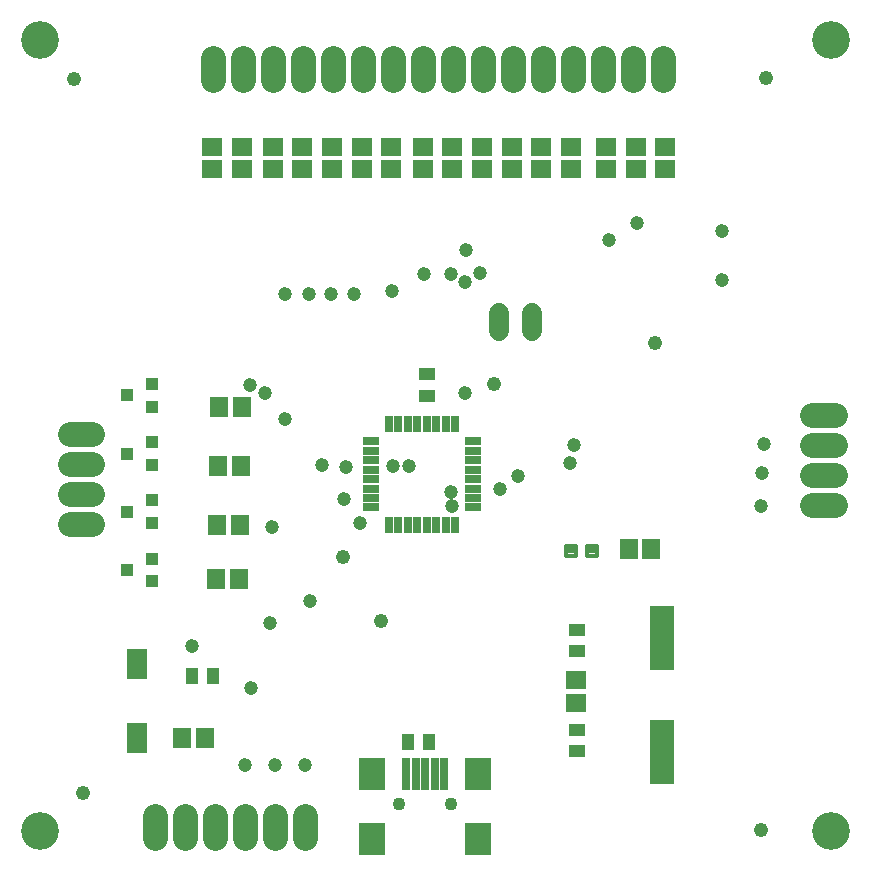
<source format=gts>
G75*
%MOIN*%
%OFA0B0*%
%FSLAX25Y25*%
%IPPOS*%
%LPD*%
%AMOC8*
5,1,8,0,0,1.08239X$1,22.5*
%
%ADD10C,0.12611*%
%ADD11R,0.03950X0.05524*%
%ADD12R,0.05524X0.03950*%
%ADD13C,0.01421*%
%ADD14C,0.08200*%
%ADD15R,0.02769X0.10643*%
%ADD16R,0.08674X0.10643*%
%ADD17C,0.04343*%
%ADD18C,0.06800*%
%ADD19R,0.04343X0.03950*%
%ADD20R,0.06706X0.05918*%
%ADD21R,0.05918X0.06706*%
%ADD22R,0.07099X0.09855*%
%ADD23R,0.03000X0.05800*%
%ADD24R,0.05800X0.03000*%
%ADD25R,0.08400X0.21800*%
%ADD26C,0.04762*%
%ADD27C,0.04700*%
D10*
X0024528Y0020985D03*
X0288308Y0020985D03*
X0288308Y0284765D03*
X0024528Y0284765D03*
D11*
X0075355Y0072835D03*
X0082442Y0072835D03*
X0147245Y0050631D03*
X0154331Y0050631D03*
D12*
X0203544Y0047599D03*
X0203544Y0054686D03*
X0203780Y0081024D03*
X0203780Y0088111D03*
X0153544Y0166182D03*
X0153544Y0173269D03*
D13*
X0203245Y0116186D02*
X0203245Y0112870D01*
X0199929Y0112870D01*
X0199929Y0116186D01*
X0203245Y0116186D01*
X0203245Y0114290D02*
X0199929Y0114290D01*
X0199929Y0115710D02*
X0203245Y0115710D01*
X0210151Y0116186D02*
X0210151Y0112870D01*
X0206835Y0112870D01*
X0206835Y0116186D01*
X0210151Y0116186D01*
X0210151Y0114290D02*
X0206835Y0114290D01*
X0206835Y0115710D02*
X0210151Y0115710D01*
D14*
X0282128Y0129765D02*
X0289528Y0129765D01*
X0289528Y0139765D02*
X0282128Y0139765D01*
X0282128Y0149765D02*
X0289528Y0149765D01*
X0289528Y0159765D02*
X0282128Y0159765D01*
X0232245Y0271261D02*
X0232245Y0278661D01*
X0222245Y0278661D02*
X0222245Y0271261D01*
X0212245Y0271261D02*
X0212245Y0278661D01*
X0202245Y0278661D02*
X0202245Y0271261D01*
X0192245Y0271261D02*
X0192245Y0278661D01*
X0182245Y0278661D02*
X0182245Y0271261D01*
X0172245Y0271261D02*
X0172245Y0278661D01*
X0162245Y0278661D02*
X0162245Y0271261D01*
X0152245Y0271261D02*
X0152245Y0278661D01*
X0142245Y0278661D02*
X0142245Y0271261D01*
X0132245Y0271261D02*
X0132245Y0278661D01*
X0122245Y0278661D02*
X0122245Y0271261D01*
X0112245Y0271261D02*
X0112245Y0278661D01*
X0102245Y0278661D02*
X0102245Y0271261D01*
X0092245Y0271261D02*
X0092245Y0278661D01*
X0082245Y0278661D02*
X0082245Y0271261D01*
X0042008Y0153347D02*
X0034608Y0153347D01*
X0034608Y0143347D02*
X0042008Y0143347D01*
X0042008Y0133347D02*
X0034608Y0133347D01*
X0034608Y0123347D02*
X0042008Y0123347D01*
X0062875Y0026142D02*
X0062875Y0018742D01*
X0072875Y0018742D02*
X0072875Y0026142D01*
X0082875Y0026142D02*
X0082875Y0018742D01*
X0092875Y0018742D02*
X0092875Y0026142D01*
X0102875Y0026142D02*
X0102875Y0018742D01*
X0112875Y0018742D02*
X0112875Y0026142D01*
D15*
X0146772Y0040001D03*
X0149922Y0040001D03*
X0153072Y0040001D03*
X0156221Y0040001D03*
X0159371Y0040001D03*
D16*
X0170788Y0040001D03*
X0170788Y0018347D03*
X0135355Y0018347D03*
X0135355Y0040001D03*
D17*
X0144410Y0030158D03*
X0161733Y0030158D03*
D18*
X0177729Y0187670D02*
X0177729Y0193670D01*
X0188729Y0193670D02*
X0188729Y0187670D01*
D19*
X0061812Y0170001D03*
X0061812Y0162520D03*
X0053544Y0166261D03*
X0061812Y0150631D03*
X0061812Y0143150D03*
X0053544Y0146891D03*
X0061812Y0131261D03*
X0061812Y0123780D03*
X0053544Y0127520D03*
X0061812Y0111891D03*
X0061812Y0104410D03*
X0053544Y0108150D03*
D20*
X0082009Y0241654D03*
X0082009Y0249135D03*
X0091851Y0249135D03*
X0091851Y0241654D03*
X0102284Y0241654D03*
X0102284Y0249135D03*
X0112127Y0249135D03*
X0112127Y0241654D03*
X0121969Y0241654D03*
X0121969Y0249135D03*
X0131812Y0249135D03*
X0131812Y0241654D03*
X0141654Y0241654D03*
X0141654Y0249135D03*
X0152284Y0249135D03*
X0152284Y0241654D03*
X0162127Y0241654D03*
X0162127Y0249135D03*
X0171969Y0249135D03*
X0171969Y0241654D03*
X0181812Y0241654D03*
X0181812Y0249135D03*
X0191654Y0249135D03*
X0191654Y0241654D03*
X0201497Y0241654D03*
X0201497Y0249135D03*
X0213308Y0249135D03*
X0213308Y0241654D03*
X0223150Y0241654D03*
X0223150Y0249135D03*
X0232993Y0249135D03*
X0232993Y0241654D03*
X0203269Y0071379D03*
X0203269Y0063898D03*
D21*
X0220906Y0115080D03*
X0228387Y0115080D03*
X0091221Y0122954D03*
X0083741Y0122954D03*
X0083426Y0105237D03*
X0090906Y0105237D03*
X0091536Y0142639D03*
X0084056Y0142639D03*
X0084371Y0162324D03*
X0091851Y0162324D03*
X0079568Y0052087D03*
X0072087Y0052087D03*
D22*
X0057009Y0051930D03*
X0057009Y0076733D03*
D23*
X0140985Y0123061D03*
X0144135Y0123061D03*
X0147284Y0123061D03*
X0150434Y0123061D03*
X0153583Y0123061D03*
X0156733Y0123061D03*
X0159883Y0123061D03*
X0163032Y0123061D03*
X0163032Y0156861D03*
X0159883Y0156861D03*
X0156733Y0156861D03*
X0153583Y0156861D03*
X0150434Y0156861D03*
X0147284Y0156861D03*
X0144135Y0156861D03*
X0140985Y0156861D03*
D24*
X0135109Y0150985D03*
X0135109Y0147835D03*
X0135109Y0144686D03*
X0135109Y0141536D03*
X0135109Y0138387D03*
X0135109Y0135237D03*
X0135109Y0132087D03*
X0135109Y0128938D03*
X0168909Y0128938D03*
X0168909Y0132087D03*
X0168909Y0135237D03*
X0168909Y0138387D03*
X0168909Y0141536D03*
X0168909Y0144686D03*
X0168909Y0147835D03*
X0168909Y0150985D03*
D25*
X0231930Y0085418D03*
X0231930Y0047418D03*
D26*
X0265080Y0021379D03*
X0138308Y0091064D03*
X0125709Y0112324D03*
X0176103Y0170198D03*
X0229646Y0183583D03*
X0266654Y0272166D03*
X0035946Y0271772D03*
X0039095Y0033583D03*
D27*
X0093032Y0043032D03*
X0102875Y0043032D03*
X0113111Y0043032D03*
X0095001Y0068623D03*
X0075316Y0082796D03*
X0101300Y0090276D03*
X0114686Y0097757D03*
X0102087Y0122560D03*
X0118623Y0143032D03*
X0126497Y0142245D03*
X0126103Y0131615D03*
X0131221Y0123741D03*
X0142245Y0142639D03*
X0147757Y0142639D03*
X0161536Y0133977D03*
X0161930Y0129253D03*
X0178072Y0135158D03*
X0183977Y0139489D03*
X0201300Y0143820D03*
X0202481Y0149725D03*
X0166261Y0167048D03*
X0141851Y0200906D03*
X0152481Y0206812D03*
X0161536Y0206812D03*
X0166261Y0204056D03*
X0171379Y0207206D03*
X0166654Y0214686D03*
X0129253Y0200119D03*
X0121772Y0200119D03*
X0114292Y0200119D03*
X0106418Y0200119D03*
X0094607Y0169804D03*
X0099725Y0167048D03*
X0106418Y0158387D03*
X0214292Y0218229D03*
X0223741Y0223741D03*
X0252087Y0220985D03*
X0252087Y0204843D03*
X0265867Y0150119D03*
X0265473Y0140276D03*
X0265080Y0129253D03*
M02*

</source>
